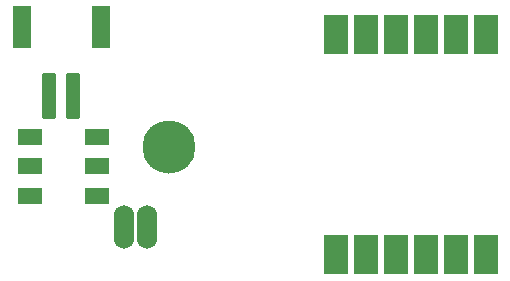
<source format=gbs>
G04 Layer: BottomSolderMaskLayer*
G04 EasyEDA v6.5.29, 2023-07-18 11:10:11*
G04 46a78cb779de4c589d7e1b01d2e58bcc,4bfb672c99b74c95bcb02992393faf10,10*
G04 Gerber Generator version 0.2*
G04 Scale: 100 percent, Rotated: No, Reflected: No *
G04 Dimensions in millimeters *
G04 leading zeros omitted , absolute positions ,4 integer and 5 decimal *
%FSLAX45Y45*%
%MOMM*%

%AMMACRO1*1,1,$1,$2,$3*1,1,$1,$4,$5*1,1,$1,0-$2,0-$3*1,1,$1,0-$4,0-$5*20,1,$1,$2,$3,$4,$5,0*20,1,$1,$4,$5,0-$2,0-$3,0*20,1,$1,0-$2,0-$3,0-$4,0-$5,0*20,1,$1,0-$4,0-$5,$2,$3,0*4,1,4,$2,$3,$4,$5,0-$2,0-$3,0-$4,0-$5,$2,$3,0*%
%ADD10O,1.7015968000000001X3.7015928000000002*%
%ADD11C,4.5016*%
%ADD12MACRO1,0.1016X1X1.6X-1X1.6*%
%ADD13MACRO1,0.1016X1X-0.5999X1X0.5999*%
%ADD14MACRO1,0.1016X-0.5X-1.9X0.5X-1.9*%
%ADD15MACRO1,0.1016X-0.75X-1.7X0.75X-1.7*%

%LPD*%
D10*
G01*
X4508500Y7525207D03*
G01*
X4318000Y7525207D03*
D11*
G01*
X4699990Y8199983D03*
D12*
G01*
X7378697Y7289797D03*
G01*
X7124700Y7289797D03*
G01*
X6870700Y7289797D03*
G01*
X6616700Y7289797D03*
G01*
X6362700Y7289797D03*
G01*
X6108700Y7289772D03*
G01*
X6108700Y9149768D03*
G01*
X6362700Y9149768D03*
G01*
X6616700Y9149768D03*
G01*
X6870700Y9149768D03*
G01*
X7124700Y9149768D03*
G01*
X7378700Y9149768D03*
D13*
G01*
X4089397Y8039100D03*
G01*
X4089400Y7789100D03*
G01*
X3519403Y8289099D03*
G01*
X3519398Y8039100D03*
G01*
X3519398Y7789100D03*
G01*
X4089400Y8289099D03*
D14*
G01*
X3684600Y8635601D03*
G01*
X3884599Y8635601D03*
D15*
G01*
X4119603Y9220597D03*
G01*
X3449596Y9220597D03*
M02*

</source>
